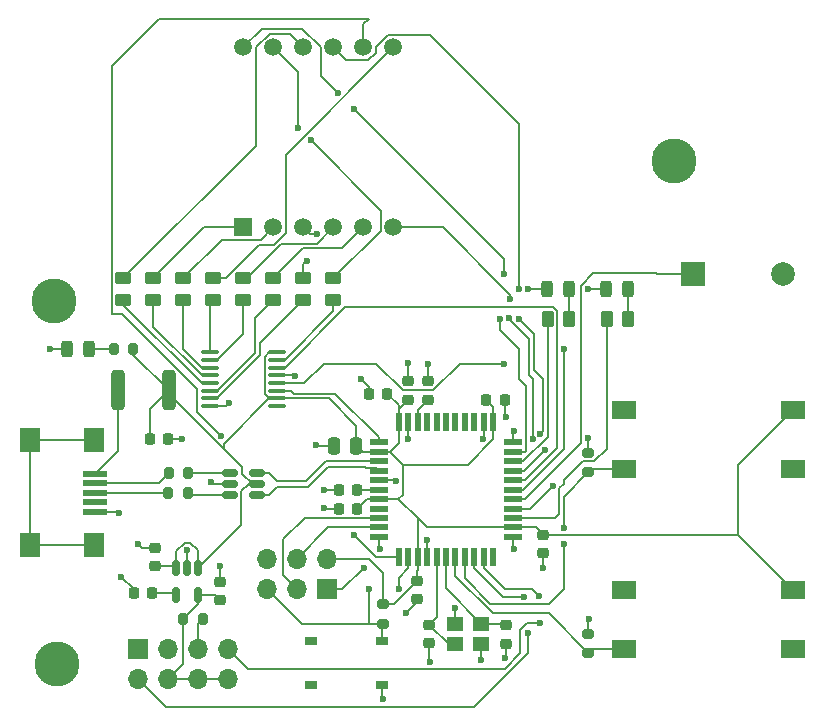
<source format=gbr>
%TF.GenerationSoftware,KiCad,Pcbnew,7.0.2*%
%TF.CreationDate,2023-04-20T12:49:32-06:00*%
%TF.ProjectId,Phase_B_KiCad_Bryce,50686173-655f-4425-9f4b-694361645f42,rev?*%
%TF.SameCoordinates,Original*%
%TF.FileFunction,Copper,L1,Top*%
%TF.FilePolarity,Positive*%
%FSLAX46Y46*%
G04 Gerber Fmt 4.6, Leading zero omitted, Abs format (unit mm)*
G04 Created by KiCad (PCBNEW 7.0.2) date 2023-04-20 12:49:32*
%MOMM*%
%LPD*%
G01*
G04 APERTURE LIST*
G04 Aperture macros list*
%AMRoundRect*
0 Rectangle with rounded corners*
0 $1 Rounding radius*
0 $2 $3 $4 $5 $6 $7 $8 $9 X,Y pos of 4 corners*
0 Add a 4 corners polygon primitive as box body*
4,1,4,$2,$3,$4,$5,$6,$7,$8,$9,$2,$3,0*
0 Add four circle primitives for the rounded corners*
1,1,$1+$1,$2,$3*
1,1,$1+$1,$4,$5*
1,1,$1+$1,$6,$7*
1,1,$1+$1,$8,$9*
0 Add four rect primitives between the rounded corners*
20,1,$1+$1,$2,$3,$4,$5,0*
20,1,$1+$1,$4,$5,$6,$7,0*
20,1,$1+$1,$6,$7,$8,$9,0*
20,1,$1+$1,$8,$9,$2,$3,0*%
G04 Aperture macros list end*
%TA.AperFunction,ComponentPad*%
%ADD10C,3.800000*%
%TD*%
%TA.AperFunction,SMDPad,CuDef*%
%ADD11RoundRect,0.250000X0.450000X-0.262500X0.450000X0.262500X-0.450000X0.262500X-0.450000X-0.262500X0*%
%TD*%
%TA.AperFunction,SMDPad,CuDef*%
%ADD12R,1.000000X0.700000*%
%TD*%
%TA.AperFunction,SMDPad,CuDef*%
%ADD13RoundRect,0.200000X0.200000X0.275000X-0.200000X0.275000X-0.200000X-0.275000X0.200000X-0.275000X0*%
%TD*%
%TA.AperFunction,SMDPad,CuDef*%
%ADD14RoundRect,0.100000X-0.637500X-0.100000X0.637500X-0.100000X0.637500X0.100000X-0.637500X0.100000X0*%
%TD*%
%TA.AperFunction,ComponentPad*%
%ADD15R,2.000000X2.000000*%
%TD*%
%TA.AperFunction,ComponentPad*%
%ADD16C,2.000000*%
%TD*%
%TA.AperFunction,SMDPad,CuDef*%
%ADD17RoundRect,0.225000X0.250000X-0.225000X0.250000X0.225000X-0.250000X0.225000X-0.250000X-0.225000X0*%
%TD*%
%TA.AperFunction,SMDPad,CuDef*%
%ADD18RoundRect,0.225000X0.225000X0.250000X-0.225000X0.250000X-0.225000X-0.250000X0.225000X-0.250000X0*%
%TD*%
%TA.AperFunction,ComponentPad*%
%ADD19R,1.700000X1.700000*%
%TD*%
%TA.AperFunction,ComponentPad*%
%ADD20O,1.700000X1.700000*%
%TD*%
%TA.AperFunction,SMDPad,CuDef*%
%ADD21RoundRect,0.250000X-0.312500X-1.450000X0.312500X-1.450000X0.312500X1.450000X-0.312500X1.450000X0*%
%TD*%
%TA.AperFunction,SMDPad,CuDef*%
%ADD22RoundRect,0.243750X-0.243750X-0.456250X0.243750X-0.456250X0.243750X0.456250X-0.243750X0.456250X0*%
%TD*%
%TA.AperFunction,SMDPad,CuDef*%
%ADD23RoundRect,0.150000X-0.512500X-0.150000X0.512500X-0.150000X0.512500X0.150000X-0.512500X0.150000X0*%
%TD*%
%TA.AperFunction,SMDPad,CuDef*%
%ADD24RoundRect,0.200000X-0.200000X-0.275000X0.200000X-0.275000X0.200000X0.275000X-0.200000X0.275000X0*%
%TD*%
%TA.AperFunction,SMDPad,CuDef*%
%ADD25R,1.400000X1.200000*%
%TD*%
%TA.AperFunction,SMDPad,CuDef*%
%ADD26RoundRect,0.250000X0.250000X0.475000X-0.250000X0.475000X-0.250000X-0.475000X0.250000X-0.475000X0*%
%TD*%
%TA.AperFunction,SMDPad,CuDef*%
%ADD27RoundRect,0.200000X0.275000X-0.200000X0.275000X0.200000X-0.275000X0.200000X-0.275000X-0.200000X0*%
%TD*%
%TA.AperFunction,SMDPad,CuDef*%
%ADD28RoundRect,0.225000X-0.225000X-0.250000X0.225000X-0.250000X0.225000X0.250000X-0.225000X0.250000X0*%
%TD*%
%TA.AperFunction,SMDPad,CuDef*%
%ADD29RoundRect,0.250000X-0.262500X-0.450000X0.262500X-0.450000X0.262500X0.450000X-0.262500X0.450000X0*%
%TD*%
%TA.AperFunction,SMDPad,CuDef*%
%ADD30R,2.000000X0.500000*%
%TD*%
%TA.AperFunction,SMDPad,CuDef*%
%ADD31R,1.700000X2.000000*%
%TD*%
%TA.AperFunction,SMDPad,CuDef*%
%ADD32RoundRect,0.150000X-0.150000X0.512500X-0.150000X-0.512500X0.150000X-0.512500X0.150000X0.512500X0*%
%TD*%
%TA.AperFunction,SMDPad,CuDef*%
%ADD33R,2.000000X1.500000*%
%TD*%
%TA.AperFunction,SMDPad,CuDef*%
%ADD34R,1.500000X0.550000*%
%TD*%
%TA.AperFunction,SMDPad,CuDef*%
%ADD35R,0.550000X1.500000*%
%TD*%
%TA.AperFunction,SMDPad,CuDef*%
%ADD36RoundRect,0.200000X-0.275000X0.200000X-0.275000X-0.200000X0.275000X-0.200000X0.275000X0.200000X0*%
%TD*%
%TA.AperFunction,SMDPad,CuDef*%
%ADD37RoundRect,0.225000X-0.250000X0.225000X-0.250000X-0.225000X0.250000X-0.225000X0.250000X0.225000X0*%
%TD*%
%TA.AperFunction,ComponentPad*%
%ADD38R,1.500000X1.500000*%
%TD*%
%TA.AperFunction,ComponentPad*%
%ADD39C,1.500000*%
%TD*%
%TA.AperFunction,ViaPad*%
%ADD40C,0.600000*%
%TD*%
%TA.AperFunction,Conductor*%
%ADD41C,0.200000*%
%TD*%
%TA.AperFunction,Conductor*%
%ADD42C,0.203200*%
%TD*%
G04 APERTURE END LIST*
D10*
%TO.P,REF\u002A\u002A,1*%
%TO.N,N/C*%
X118174108Y-33331284D03*
%TD*%
%TO.P,REF\u002A\u002A,1*%
%TO.N,N/C*%
X66001283Y-75910154D03*
%TD*%
%TO.P,REF\u002A\u002A,1*%
%TO.N,N/C*%
X65708950Y-45160364D03*
%TD*%
D11*
%TO.P,R12,1*%
%TO.N,dp*%
X86830000Y-45072500D03*
%TO.P,R12,2*%
%TO.N,Net-(U1-DPX)*%
X86830000Y-43247500D03*
%TD*%
%TO.P,R9,1*%
%TO.N,e*%
X74130000Y-45072500D03*
%TO.P,R9,2*%
%TO.N,Net-(U1-e)*%
X74130000Y-43247500D03*
%TD*%
D12*
%TO.P,S3,1*%
%TO.N,GND*%
X93489992Y-77658313D03*
%TO.P,S3,2*%
%TO.N,N/C*%
X87489992Y-77658313D03*
%TO.P,S3,3*%
%TO.N,RST*%
X93489992Y-73958313D03*
%TO.P,S3,4*%
%TO.N,N/C*%
X87489992Y-73958313D03*
%TD*%
D13*
%TO.P,R14,1*%
%TO.N,+5V*%
X72415000Y-49240000D03*
%TO.P,R14,2*%
%TO.N,Net-(D3-A)*%
X70765000Y-49240000D03*
%TD*%
D11*
%TO.P,R5,1*%
%TO.N,a*%
X89370000Y-45072500D03*
%TO.P,R5,2*%
%TO.N,Net-(U1-a)*%
X89370000Y-43247500D03*
%TD*%
D14*
%TO.P,U2,1,QB*%
%TO.N,b*%
X78887500Y-49505000D03*
%TO.P,U2,2,QC*%
%TO.N,c*%
X78887500Y-50155000D03*
%TO.P,U2,3,QD*%
%TO.N,d*%
X78887500Y-50805000D03*
%TO.P,U2,4,QE*%
%TO.N,e*%
X78887500Y-51455000D03*
%TO.P,U2,5,QF*%
%TO.N,f*%
X78887500Y-52105000D03*
%TO.P,U2,6,QG*%
%TO.N,g*%
X78887500Y-52755000D03*
%TO.P,U2,7,QH*%
%TO.N,dp*%
X78887500Y-53405000D03*
%TO.P,U2,8,GND*%
%TO.N,GND*%
X78887500Y-54055000D03*
%TO.P,U2,9,QH'*%
%TO.N,unconnected-(U2-QH'-Pad9)*%
X84612500Y-54055000D03*
%TO.P,U2,10,~{SRCLR}*%
%TO.N,+5V*%
X84612500Y-53405000D03*
%TO.P,U2,11,SRCLK*%
%TO.N,SH_CP*%
X84612500Y-52755000D03*
%TO.P,U2,12,RCLK*%
%TO.N,ST_CP*%
X84612500Y-52105000D03*
%TO.P,U2,13,~{OE}*%
%TO.N,GND*%
X84612500Y-51455000D03*
%TO.P,U2,14,SER*%
%TO.N,DS*%
X84612500Y-50805000D03*
%TO.P,U2,15,QA*%
%TO.N,a*%
X84612500Y-50155000D03*
%TO.P,U2,16,VCC*%
%TO.N,+5V*%
X84612500Y-49505000D03*
%TD*%
D15*
%TO.P,LS1,1,1*%
%TO.N,Buzzer*%
X119860000Y-42890000D03*
D16*
%TO.P,LS1,2,2*%
%TO.N,GND*%
X127460000Y-42890000D03*
%TD*%
D17*
%TO.P,C12,1*%
%TO.N,+5V*%
X74247873Y-67638314D03*
%TO.P,C12,2*%
%TO.N,GND*%
X74247873Y-66088314D03*
%TD*%
D18*
%TO.P,C8,1*%
%TO.N,+5V*%
X93955000Y-53025000D03*
%TO.P,C8,2*%
%TO.N,GND*%
X92405000Y-53025000D03*
%TD*%
D19*
%TO.P,J4,1,Pin_1*%
%TO.N,GND*%
X72870000Y-74620000D03*
D20*
%TO.P,J4,2,Pin_2*%
%TO.N,TX*%
X72870000Y-77160000D03*
%TO.P,J4,3,Pin_3*%
%TO.N,unconnected-(J4-Pin_3-Pad3)*%
X75410000Y-74620000D03*
%TO.P,J4,4,Pin_4*%
%TO.N,+3V3*%
X75410000Y-77160000D03*
%TO.P,J4,5,Pin_5*%
%TO.N,Net-(J4-Pin_5)*%
X77950000Y-74620000D03*
%TO.P,J4,6,Pin_6*%
%TO.N,+3V3*%
X77950000Y-77160000D03*
%TO.P,J4,7,Pin_7*%
%TO.N,RX*%
X80490000Y-74620000D03*
%TO.P,J4,8,Pin_8*%
%TO.N,+3V3*%
X80490000Y-77160000D03*
%TD*%
D21*
%TO.P,F1,1*%
%TO.N,Net-(J1-VBUS)*%
X71159484Y-52735557D03*
%TO.P,F1,2*%
%TO.N,+5V*%
X75434484Y-52735557D03*
%TD*%
D22*
%TO.P,D3,1,K*%
%TO.N,GND*%
X66842500Y-49240000D03*
%TO.P,D3,2,A*%
%TO.N,Net-(D3-A)*%
X68717500Y-49240000D03*
%TD*%
D23*
%TO.P,U4,1,I/O1*%
%TO.N,USB_CONN_D-*%
X80612500Y-59720000D03*
%TO.P,U4,2,GND*%
%TO.N,GND*%
X80612500Y-60670000D03*
%TO.P,U4,3,I/O2*%
%TO.N,USB_CONN_D+*%
X80612500Y-61620000D03*
%TO.P,U4,4,I/O2*%
%TO.N,USB_D+*%
X82887500Y-61620000D03*
%TO.P,U4,5,VBUS*%
%TO.N,+5V*%
X82887500Y-60670000D03*
%TO.P,U4,6,I/O1*%
%TO.N,USB_D-*%
X82887500Y-59720000D03*
%TD*%
D24*
%TO.P,R17,1*%
%TO.N,+3V3*%
X76670000Y-72100000D03*
%TO.P,R17,2*%
%TO.N,Net-(J4-Pin_5)*%
X78320000Y-72100000D03*
%TD*%
D25*
%TO.P,Y1,1,1*%
%TO.N,XTAL1*%
X101900000Y-72520000D03*
%TO.P,Y1,2,2*%
%TO.N,GND*%
X99700000Y-72520000D03*
%TO.P,Y1,3,3*%
%TO.N,XTAL2*%
X99700000Y-74220000D03*
%TO.P,Y1,4,4*%
%TO.N,GND*%
X101900000Y-74220000D03*
%TD*%
D17*
%TO.P,C3,1*%
%TO.N,+5V*%
X95720000Y-53520000D03*
%TO.P,C3,2*%
%TO.N,GND*%
X95720000Y-51970000D03*
%TD*%
D26*
%TO.P,C4,1*%
%TO.N,+5V*%
X91329126Y-57416113D03*
%TO.P,C4,2*%
%TO.N,GND*%
X89429126Y-57416113D03*
%TD*%
D19*
%TO.P,J2,1,MISO*%
%TO.N,MISO*%
X88832554Y-69540000D03*
D20*
%TO.P,J2,2,VCC*%
%TO.N,+5V*%
X88832554Y-67000000D03*
%TO.P,J2,3,SCK*%
%TO.N,SCK*%
X86292554Y-69540000D03*
%TO.P,J2,4,MOSI*%
%TO.N,MOSI*%
X86292554Y-67000000D03*
%TO.P,J2,5,~{RST}*%
%TO.N,RST*%
X83752554Y-69540000D03*
%TO.P,J2,6,GND*%
%TO.N,GND*%
X83752554Y-67000000D03*
%TD*%
D27*
%TO.P,R1,1*%
%TO.N,Button_1*%
X110960000Y-59661827D03*
%TO.P,R1,2*%
%TO.N,GND*%
X110960000Y-58011827D03*
%TD*%
D11*
%TO.P,R7,1*%
%TO.N,c*%
X81750000Y-45072500D03*
%TO.P,R7,2*%
%TO.N,Net-(U1-c)*%
X81750000Y-43247500D03*
%TD*%
D17*
%TO.P,C14,1*%
%TO.N,+3V3*%
X79748645Y-70464421D03*
%TO.P,C14,2*%
%TO.N,GND*%
X79748645Y-68914421D03*
%TD*%
D28*
%TO.P,C15,1*%
%TO.N,+5V*%
X73850000Y-56860000D03*
%TO.P,C15,2*%
%TO.N,GND*%
X75400000Y-56860000D03*
%TD*%
D11*
%TO.P,R10,1*%
%TO.N,f*%
X71590000Y-45072500D03*
%TO.P,R10,2*%
%TO.N,Net-(U1-f)*%
X71590000Y-43247500D03*
%TD*%
D29*
%TO.P,R3,1*%
%TO.N,RED_LED*%
X107507500Y-46700000D03*
%TO.P,R3,2*%
%TO.N,Net-(D1-A)*%
X109332500Y-46700000D03*
%TD*%
D13*
%TO.P,R16,1*%
%TO.N,USB_CONN_D-*%
X77085992Y-59761119D03*
%TO.P,R16,2*%
%TO.N,Net-(J1-D-)*%
X75435992Y-59761119D03*
%TD*%
D27*
%TO.P,R2,1*%
%TO.N,Button_2*%
X110960000Y-74980000D03*
%TO.P,R2,2*%
%TO.N,GND*%
X110960000Y-73330000D03*
%TD*%
D11*
%TO.P,R8,1*%
%TO.N,d*%
X76670000Y-45072500D03*
%TO.P,R8,2*%
%TO.N,Net-(U1-d)*%
X76670000Y-43247500D03*
%TD*%
D18*
%TO.P,C9,1*%
%TO.N,+5V*%
X91359836Y-62759308D03*
%TO.P,C9,2*%
%TO.N,GND*%
X89809836Y-62759308D03*
%TD*%
D30*
%TO.P,J1,1,VBUS*%
%TO.N,Net-(J1-VBUS)*%
X69210000Y-59796883D03*
%TO.P,J1,2,D-*%
%TO.N,Net-(J1-D-)*%
X69210000Y-60596883D03*
%TO.P,J1,3,D+*%
%TO.N,Net-(J1-D+)*%
X69210000Y-61396883D03*
%TO.P,J1,4,ID*%
%TO.N,unconnected-(J1-ID-Pad4)*%
X69210000Y-62196883D03*
%TO.P,J1,5,GND*%
%TO.N,GND*%
X69210000Y-62996883D03*
D31*
%TO.P,J1,6,Shield*%
%TO.N,unconnected-(J1-Shield-Pad6)*%
X69110000Y-56946883D03*
X63660000Y-56946883D03*
X69110000Y-65846883D03*
X63660000Y-65846883D03*
%TD*%
D17*
%TO.P,C11,1*%
%TO.N,/AREF*%
X97367029Y-53508329D03*
%TO.P,C11,2*%
%TO.N,GND*%
X97367029Y-51958329D03*
%TD*%
D22*
%TO.P,D1,1,K*%
%TO.N,GND*%
X107482500Y-44160000D03*
%TO.P,D1,2,A*%
%TO.N,Net-(D1-A)*%
X109357500Y-44160000D03*
%TD*%
D18*
%TO.P,C10,1*%
%TO.N,/UCAP*%
X91415000Y-61140000D03*
%TO.P,C10,2*%
%TO.N,GND*%
X89865000Y-61140000D03*
%TD*%
D28*
%TO.P,C5,1*%
%TO.N,+5V*%
X102318821Y-53558415D03*
%TO.P,C5,2*%
%TO.N,GND*%
X103868821Y-53558415D03*
%TD*%
D32*
%TO.P,U5,1,VIN*%
%TO.N,+5V*%
X77940000Y-67775535D03*
%TO.P,U5,2,GND*%
%TO.N,GND*%
X76990000Y-67775535D03*
%TO.P,U5,3,ON/~{OFF}*%
%TO.N,+5V*%
X76040000Y-67775535D03*
%TO.P,U5,4,BP*%
%TO.N,Net-(U5-BP)*%
X76040000Y-70050535D03*
%TO.P,U5,5,VOUT*%
%TO.N,+3V3*%
X77940000Y-70050535D03*
%TD*%
D33*
%TO.P,S2,D1,COM_2*%
%TO.N,unconnected-(S2-COM_2-PadD1)*%
X113970000Y-69600000D03*
%TO.P,S2,C1,COM_1*%
%TO.N,+5V*%
X128270000Y-69600000D03*
%TO.P,S2,B1,NO_2*%
%TO.N,Button_2*%
X113970000Y-74600000D03*
%TO.P,S2,A1,NO_1*%
%TO.N,unconnected-(S2-NO_1-PadA1)*%
X128270000Y-74600000D03*
%TD*%
D18*
%TO.P,C13,1*%
%TO.N,Net-(U5-BP)*%
X74036209Y-69904166D03*
%TO.P,C13,2*%
%TO.N,GND*%
X72486209Y-69904166D03*
%TD*%
D11*
%TO.P,R6,1*%
%TO.N,b*%
X79210000Y-45072500D03*
%TO.P,R6,2*%
%TO.N,Net-(U1-b)*%
X79210000Y-43247500D03*
%TD*%
D34*
%TO.P,U3,1,PE6*%
%TO.N,SH_CP*%
X93210000Y-57140000D03*
%TO.P,U3,2,UVCC*%
%TO.N,+5V*%
X93210000Y-57940000D03*
%TO.P,U3,3,D-*%
%TO.N,USB_D-*%
X93210000Y-58740000D03*
%TO.P,U3,4,D+*%
%TO.N,USB_D+*%
X93210000Y-59540000D03*
%TO.P,U3,5,UGND*%
%TO.N,GND*%
X93210000Y-60340000D03*
%TO.P,U3,6,UCAP*%
%TO.N,/UCAP*%
X93210000Y-61140000D03*
%TO.P,U3,7,VBUS*%
%TO.N,+5V*%
X93210000Y-61940000D03*
%TO.P,U3,8,PB0*%
%TO.N,unconnected-(U3-PB0-Pad8)*%
X93210000Y-62740000D03*
%TO.P,U3,9,PB1*%
%TO.N,SCK*%
X93210000Y-63540000D03*
%TO.P,U3,10,PB2*%
%TO.N,MOSI*%
X93210000Y-64340000D03*
%TO.P,U3,11,PB3*%
%TO.N,MISO*%
X93210000Y-65140000D03*
D35*
%TO.P,U3,12,PB7*%
%TO.N,Dig3*%
X94910000Y-66840000D03*
%TO.P,U3,13,~{RESET}*%
%TO.N,RST*%
X95710000Y-66840000D03*
%TO.P,U3,14,VCC*%
%TO.N,+5V*%
X96510000Y-66840000D03*
%TO.P,U3,15,GND*%
%TO.N,GND*%
X97310000Y-66840000D03*
%TO.P,U3,16,XTAL2*%
%TO.N,XTAL2*%
X98110000Y-66840000D03*
%TO.P,U3,17,XTAL1*%
%TO.N,XTAL1*%
X98910000Y-66840000D03*
%TO.P,U3,18,PD0*%
%TO.N,Button_2*%
X99710000Y-66840000D03*
%TO.P,U3,19,PD1*%
%TO.N,Button_1*%
X100510000Y-66840000D03*
%TO.P,U3,20,PD2*%
%TO.N,TX*%
X101310000Y-66840000D03*
%TO.P,U3,21,PD3*%
%TO.N,RX*%
X102110000Y-66840000D03*
%TO.P,U3,22,PD5*%
%TO.N,unconnected-(U3-PD5-Pad22)*%
X102910000Y-66840000D03*
D34*
%TO.P,U3,23,GND*%
%TO.N,GND*%
X104610000Y-65140000D03*
%TO.P,U3,24,AVCC*%
%TO.N,+5V*%
X104610000Y-64340000D03*
%TO.P,U3,25,PD4*%
%TO.N,GREEN_LED*%
X104610000Y-63540000D03*
%TO.P,U3,26,PD6*%
%TO.N,Dig2*%
X104610000Y-62740000D03*
%TO.P,U3,27,PD7*%
%TO.N,Buzzer*%
X104610000Y-61940000D03*
%TO.P,U3,28,PB4*%
%TO.N,ST_CP*%
X104610000Y-61140000D03*
%TO.P,U3,29,PB5*%
%TO.N,DS*%
X104610000Y-60340000D03*
%TO.P,U3,30,PB6*%
%TO.N,Dig4*%
X104610000Y-59540000D03*
%TO.P,U3,31,PC6*%
%TO.N,RED_LED*%
X104610000Y-58740000D03*
%TO.P,U3,32,PC7*%
%TO.N,Dig1*%
X104610000Y-57940000D03*
%TO.P,U3,33,~{HWB}/PE2*%
%TO.N,GND*%
X104610000Y-57140000D03*
D35*
%TO.P,U3,34,VCC*%
%TO.N,+5V*%
X102910000Y-55440000D03*
%TO.P,U3,35,GND*%
%TO.N,GND*%
X102110000Y-55440000D03*
%TO.P,U3,36,PF7*%
%TO.N,unconnected-(U3-PF7-Pad36)*%
X101310000Y-55440000D03*
%TO.P,U3,37,PF6*%
%TO.N,unconnected-(U3-PF6-Pad37)*%
X100510000Y-55440000D03*
%TO.P,U3,38,PF5*%
%TO.N,unconnected-(U3-PF5-Pad38)*%
X99710000Y-55440000D03*
%TO.P,U3,39,PF4*%
%TO.N,unconnected-(U3-PF4-Pad39)*%
X98910000Y-55440000D03*
%TO.P,U3,40,PF1*%
%TO.N,unconnected-(U3-PF1-Pad40)*%
X98110000Y-55440000D03*
%TO.P,U3,41,PF0*%
%TO.N,unconnected-(U3-PF0-Pad41)*%
X97310000Y-55440000D03*
%TO.P,U3,42,AREF*%
%TO.N,/AREF*%
X96510000Y-55440000D03*
%TO.P,U3,43,GND*%
%TO.N,GND*%
X95710000Y-55440000D03*
%TO.P,U3,44,AVCC*%
%TO.N,+5V*%
X94910000Y-55440000D03*
%TD*%
D24*
%TO.P,R15,1*%
%TO.N,Net-(J1-D+)*%
X75400698Y-61396883D03*
%TO.P,R15,2*%
%TO.N,USB_CONN_D+*%
X77050698Y-61396883D03*
%TD*%
D33*
%TO.P,S1,A1,NO_1*%
%TO.N,unconnected-(S1-NO_1-PadA1)*%
X128270000Y-59360000D03*
%TO.P,S1,B1,NO_2*%
%TO.N,Button_1*%
X113970000Y-59360000D03*
%TO.P,S1,C1,COM_1*%
%TO.N,+5V*%
X128270000Y-54360000D03*
%TO.P,S1,D1,COM_2*%
%TO.N,unconnected-(S1-COM_2-PadD1)*%
X113970000Y-54360000D03*
%TD*%
D11*
%TO.P,R11,1*%
%TO.N,g*%
X84290000Y-45072500D03*
%TO.P,R11,2*%
%TO.N,Net-(U1-g)*%
X84290000Y-43247500D03*
%TD*%
D36*
%TO.P,R13,1*%
%TO.N,+5V*%
X93560000Y-70830000D03*
%TO.P,R13,2*%
%TO.N,RST*%
X93560000Y-72480000D03*
%TD*%
D37*
%TO.P,C2,1*%
%TO.N,XTAL1*%
X104000881Y-72615415D03*
%TO.P,C2,2*%
%TO.N,GND*%
X104000881Y-74165415D03*
%TD*%
%TO.P,C7,1*%
%TO.N,+5V*%
X107150000Y-64950000D03*
%TO.P,C7,2*%
%TO.N,GND*%
X107150000Y-66500000D03*
%TD*%
%TO.P,C1,1*%
%TO.N,XTAL2*%
X97460000Y-72555000D03*
%TO.P,C1,2*%
%TO.N,GND*%
X97460000Y-74105000D03*
%TD*%
%TO.P,C6,1*%
%TO.N,+5V*%
X96439204Y-68869691D03*
%TO.P,C6,2*%
%TO.N,GND*%
X96439204Y-70419691D03*
%TD*%
D38*
%TO.P,U1,1,e*%
%TO.N,Net-(U1-e)*%
X81750000Y-38937500D03*
D39*
%TO.P,U1,2,d*%
%TO.N,Net-(U1-d)*%
X84290000Y-38937500D03*
%TO.P,U1,3,DPX*%
%TO.N,Net-(U1-DPX)*%
X86830000Y-38937500D03*
%TO.P,U1,4,c*%
%TO.N,Net-(U1-c)*%
X89370000Y-38937500D03*
%TO.P,U1,5,g*%
%TO.N,Net-(U1-g)*%
X91910000Y-38937500D03*
%TO.P,U1,6,CA4*%
%TO.N,Dig4*%
X94450000Y-38937500D03*
%TO.P,U1,7,b*%
%TO.N,Net-(U1-b)*%
X94450000Y-23697500D03*
%TO.P,U1,8,CA3*%
%TO.N,Dig3*%
X91910000Y-23697500D03*
%TO.P,U1,9,CA2*%
%TO.N,Dig2*%
X89370000Y-23697500D03*
%TO.P,U1,10,f*%
%TO.N,Net-(U1-f)*%
X86830000Y-23697500D03*
%TO.P,U1,11,a*%
%TO.N,Net-(U1-a)*%
X84290000Y-23697500D03*
%TO.P,U1,12,CA1*%
%TO.N,Dig1*%
X81750000Y-23697500D03*
%TD*%
D29*
%TO.P,R4,1*%
%TO.N,GREEN_LED*%
X112500584Y-46688590D03*
%TO.P,R4,2*%
%TO.N,Net-(D2-A)*%
X114325584Y-46688590D03*
%TD*%
D22*
%TO.P,D2,1,K*%
%TO.N,GND*%
X112475584Y-44148590D03*
%TO.P,D2,2,A*%
%TO.N,Net-(D2-A)*%
X114350584Y-44148590D03*
%TD*%
D40*
%TO.N,GND*%
X88578943Y-61148943D03*
X94640948Y-60435406D03*
X79004216Y-60507878D03*
X91754027Y-51810082D03*
X79798568Y-67602927D03*
X72855958Y-65775000D03*
X65395894Y-49234042D03*
X71414708Y-68516891D03*
X110977025Y-72130571D03*
X101898423Y-75579291D03*
X76594063Y-56856065D03*
X99685392Y-71119561D03*
X87929185Y-57348059D03*
X97546793Y-75701132D03*
X104010251Y-55020247D03*
X77021524Y-66214405D03*
X104665908Y-66122724D03*
X105880000Y-44160000D03*
X71260062Y-63083020D03*
X110960000Y-44160000D03*
X97294241Y-65397497D03*
X110918302Y-56799688D03*
X107113526Y-67765303D03*
X95696311Y-50426142D03*
X93590626Y-78898095D03*
X88578943Y-62655717D03*
X102060730Y-56839933D03*
X95558975Y-71570146D03*
X86162490Y-51488977D03*
X104633472Y-56207395D03*
X95713149Y-56837887D03*
X80533090Y-53815088D03*
X97367029Y-50469350D03*
X103897898Y-75432399D03*
%TO.N,Net-(U1-DPX)*%
X87964562Y-39492854D03*
X87147662Y-41737935D03*
%TO.N,Net-(U1-a)*%
X86387991Y-30531117D03*
X87438792Y-31558792D03*
%TO.N,Button_1*%
X108890000Y-64348900D03*
X108890000Y-65710000D03*
%TO.N,RST*%
X94920000Y-69520000D03*
X92380000Y-69520000D03*
%TO.N,ST_CP*%
X108922700Y-49200000D03*
X103810000Y-50470000D03*
%TO.N,MISO*%
X91936008Y-67748978D03*
X93283349Y-66144355D03*
%TO.N,Dig3*%
X91110000Y-64941100D03*
X79883469Y-56616531D03*
%TO.N,TX*%
X105552246Y-70188900D03*
X105816818Y-73257869D03*
%TO.N,RX*%
X106801415Y-70180649D03*
X106847116Y-72404778D03*
%TO.N,Dig2*%
X105080000Y-46660000D03*
X107931456Y-60803169D03*
X106906400Y-56383818D03*
X105080000Y-44120000D03*
%TO.N,Dig4*%
X104365185Y-45027255D03*
X106277193Y-56877076D03*
X107291558Y-57761558D03*
X104284622Y-46578899D03*
%TO.N,Dig1*%
X103496542Y-46713562D03*
X103810000Y-42850000D03*
X91110000Y-28880000D03*
X89763707Y-27533707D03*
%TD*%
D41*
%TO.N,USB_D-*%
X88772006Y-58740000D02*
X93210000Y-58740000D01*
X87067006Y-60445000D02*
X88772006Y-58740000D01*
X84606251Y-60445000D02*
X87067006Y-60445000D01*
X83881251Y-59720000D02*
X84606251Y-60445000D01*
X82887500Y-59720000D02*
X83881251Y-59720000D01*
%TO.N,USB_D+*%
X92985000Y-59315000D02*
X93210000Y-59540000D01*
X92160000Y-59315000D02*
X92985000Y-59315000D01*
X83881251Y-61620000D02*
X84606251Y-60895000D01*
X88958405Y-59190001D02*
X92160000Y-59190001D01*
X82887500Y-61620000D02*
X83881251Y-61620000D01*
X84606251Y-60895000D02*
X87253406Y-60895000D01*
X92160000Y-59190001D02*
X92160000Y-59315000D01*
X87253406Y-60895000D02*
X88958405Y-59190001D01*
%TO.N,Net-(J1-D+)*%
X69210000Y-61396883D02*
X75400698Y-61396883D01*
%TO.N,Net-(J1-D-)*%
X74600228Y-60596883D02*
X75435992Y-59761119D01*
X69210000Y-60596883D02*
X74600228Y-60596883D01*
D42*
%TO.N,GND*%
X104000881Y-74165415D02*
X104000881Y-75329416D01*
X93489992Y-77658313D02*
X93489992Y-78797461D01*
X69210000Y-62996883D02*
X71173925Y-62996883D01*
X79748645Y-67652850D02*
X79798568Y-67602927D01*
X94545542Y-60340000D02*
X94640948Y-60435406D01*
X71173925Y-62996883D02*
X71260062Y-63083020D01*
X86128513Y-51455000D02*
X86162490Y-51488977D01*
X80612500Y-60670000D02*
X79166338Y-60670000D01*
X95710000Y-55440000D02*
X95710000Y-56834738D01*
X102110000Y-55440000D02*
X102110000Y-56790663D01*
X65401852Y-49240000D02*
X65395894Y-49234042D01*
X78887500Y-54055000D02*
X80293178Y-54055000D01*
X97367029Y-51958329D02*
X97367029Y-50469350D01*
X102110000Y-56790663D02*
X102060730Y-56839933D01*
X96439204Y-70689917D02*
X95558975Y-71570146D01*
X110960000Y-73330000D02*
X110960000Y-72147596D01*
X89429126Y-57416113D02*
X87997239Y-57416113D01*
X88682534Y-62759308D02*
X88578943Y-62655717D01*
X66842500Y-49240000D02*
X65401852Y-49240000D01*
X101900000Y-74220000D02*
X101900000Y-75577714D01*
X104610000Y-65140000D02*
X104610000Y-66066816D01*
X103868821Y-54878817D02*
X104010251Y-55020247D01*
X99700000Y-72520000D02*
X99700000Y-71134169D01*
X92405000Y-53025000D02*
X92405000Y-52461055D01*
X76990000Y-67775535D02*
X76990000Y-66245929D01*
X110960000Y-58011827D02*
X110960000Y-56841386D01*
X73169272Y-66088314D02*
X72855958Y-65775000D01*
X93210000Y-60340000D02*
X94545542Y-60340000D01*
X112475584Y-44148590D02*
X110971410Y-44148590D01*
X93489992Y-78797461D02*
X93590626Y-78898095D01*
X97310000Y-65413256D02*
X97294241Y-65397497D01*
X89809836Y-62759308D02*
X88682534Y-62759308D01*
X84612500Y-51455000D02*
X86128513Y-51455000D01*
X104610000Y-56230867D02*
X104633472Y-56207395D01*
X72486209Y-69904166D02*
X72486209Y-69588392D01*
X107150000Y-67728829D02*
X107113526Y-67765303D01*
X104610000Y-57140000D02*
X104610000Y-56230867D01*
X95710000Y-56834738D02*
X95713149Y-56837887D01*
X76590128Y-56860000D02*
X76594063Y-56856065D01*
X107482500Y-44160000D02*
X105880000Y-44160000D01*
X88587886Y-61140000D02*
X88578943Y-61148943D01*
X72486209Y-69588392D02*
X71414708Y-68516891D01*
X80293178Y-54055000D02*
X80533090Y-53815088D01*
X104610000Y-66066816D02*
X104665908Y-66122724D01*
X110971410Y-44148590D02*
X110960000Y-44160000D01*
X99700000Y-71134169D02*
X99685392Y-71119561D01*
X97310000Y-66840000D02*
X97310000Y-65413256D01*
X104000881Y-75329416D02*
X103897898Y-75432399D01*
X103868821Y-53558415D02*
X103868821Y-54878817D01*
X95720000Y-50449831D02*
X95696311Y-50426142D01*
X79166338Y-60670000D02*
X79004216Y-60507878D01*
X87997239Y-57416113D02*
X87929185Y-57348059D01*
X89865000Y-61140000D02*
X88587886Y-61140000D01*
X101900000Y-75577714D02*
X101898423Y-75579291D01*
X92405000Y-52461055D02*
X91754027Y-51810082D01*
X110960000Y-72147596D02*
X110977025Y-72130571D01*
X76990000Y-66245929D02*
X77021524Y-66214405D01*
X97460000Y-74105000D02*
X97460000Y-75614339D01*
X95720000Y-51970000D02*
X95720000Y-50449831D01*
X79748645Y-68914421D02*
X79748645Y-67652850D01*
X74247873Y-66088314D02*
X73169272Y-66088314D01*
X97460000Y-75614339D02*
X97546793Y-75701132D01*
X110960000Y-56841386D02*
X110918302Y-56799688D01*
X107150000Y-66500000D02*
X107150000Y-67728829D01*
X96439204Y-70419691D02*
X96439204Y-70689917D01*
X75400000Y-56860000D02*
X76590128Y-56860000D01*
%TO.N,+5V*%
X83957052Y-49505000D02*
X83573400Y-49888652D01*
X83573400Y-49888652D02*
X83573400Y-53021348D01*
X91853013Y-57940000D02*
X93210000Y-57940000D01*
X76772333Y-65612805D02*
X77270715Y-65612805D01*
X75434484Y-53017633D02*
X80093426Y-57676574D01*
X96439204Y-68869691D02*
X94478895Y-70830000D01*
X93210000Y-57940000D02*
X94163200Y-57940000D01*
X83957052Y-53405000D02*
X80093426Y-57268626D01*
X83957052Y-53405000D02*
X84612500Y-53405000D01*
X107150000Y-64950000D02*
X123620000Y-64950000D01*
X95242548Y-59019348D02*
X95242548Y-61577452D01*
X93210000Y-61940000D02*
X92179144Y-61940000D01*
X88965000Y-53405000D02*
X91329126Y-55769126D01*
X93560000Y-68160000D02*
X93560000Y-70830000D01*
X95242548Y-59019348D02*
X100732106Y-59019348D01*
X75434484Y-52735557D02*
X75434484Y-53017633D01*
X76040000Y-66345138D02*
X76772333Y-65612805D01*
X84612500Y-49505000D02*
X83957052Y-49505000D01*
X82887500Y-60670000D02*
X82189541Y-60670000D01*
X80093426Y-57268626D02*
X80093426Y-57676574D01*
X95720000Y-53520000D02*
X94910000Y-54330000D01*
X94910000Y-54330000D02*
X94910000Y-55440000D01*
X81576600Y-61282941D02*
X81576600Y-64138935D01*
X93955000Y-53025000D02*
X94910000Y-53980000D01*
X81640022Y-59223171D02*
X81640022Y-59773681D01*
X106540000Y-64340000D02*
X107150000Y-64950000D01*
X102910000Y-56841454D02*
X102910000Y-55440000D01*
X83573400Y-53021348D02*
X83957052Y-53405000D01*
X80093426Y-57676574D02*
X81640022Y-59223171D01*
X97280000Y-64340000D02*
X104610000Y-64340000D01*
X84612500Y-53405000D02*
X88965000Y-53405000D01*
X94880000Y-61940000D02*
X93210000Y-61940000D01*
X72415000Y-49716073D02*
X75434484Y-52735557D01*
X96510000Y-67930000D02*
X96439204Y-68000796D01*
X94910000Y-53980000D02*
X94910000Y-55440000D01*
X96510000Y-63570000D02*
X96510000Y-66840000D01*
X94478895Y-70830000D02*
X93560000Y-70830000D01*
X88832554Y-67000000D02*
X92360000Y-67000000D01*
X82536341Y-60670000D02*
X82887500Y-60670000D01*
X94163200Y-57940000D02*
X95242548Y-59019348D01*
X82189541Y-60670000D02*
X81576600Y-61282941D01*
X102910000Y-54149594D02*
X102318821Y-53558415D01*
X91329126Y-55769126D02*
X91329126Y-57416113D01*
X96510000Y-63570000D02*
X97280000Y-64340000D01*
X96439204Y-68000796D02*
X96439204Y-68869691D01*
X75434484Y-52735557D02*
X73850000Y-54320041D01*
X92179144Y-61940000D02*
X91359836Y-62759308D01*
X81576600Y-64138935D02*
X77940000Y-67775535D01*
X72415000Y-49240000D02*
X72415000Y-49716073D01*
X77940000Y-66282090D02*
X77940000Y-67775535D01*
X104610000Y-64340000D02*
X106540000Y-64340000D01*
X92360000Y-67000000D02*
X92380000Y-66980000D01*
X77270715Y-65612805D02*
X77940000Y-66282090D01*
X76040000Y-67775535D02*
X76040000Y-66345138D01*
X94910000Y-57193200D02*
X94910000Y-55440000D01*
X74247873Y-67638314D02*
X75902779Y-67638314D01*
X73850000Y-54320041D02*
X73850000Y-56860000D01*
X92380000Y-66980000D02*
X93560000Y-68160000D01*
X123620000Y-64950000D02*
X123620000Y-59010000D01*
X75902779Y-67638314D02*
X76040000Y-67775535D01*
X91329126Y-57416113D02*
X91853013Y-57940000D01*
X81640022Y-59773681D02*
X82536341Y-60670000D01*
X94880000Y-61940000D02*
X96510000Y-63570000D01*
X123620000Y-64950000D02*
X128270000Y-69600000D01*
X94163200Y-57940000D02*
X94910000Y-57193200D01*
X100732106Y-59019348D02*
X102910000Y-56841454D01*
X123620000Y-59010000D02*
X128270000Y-54360000D01*
X95242548Y-61577452D02*
X94880000Y-61940000D01*
X96510000Y-66840000D02*
X96510000Y-67930000D01*
X102910000Y-55440000D02*
X102910000Y-54149594D01*
%TO.N,/AREF*%
X97367029Y-53508329D02*
X96510000Y-54365358D01*
X96510000Y-54365358D02*
X96510000Y-55440000D01*
%TO.N,Buzzer*%
X110316702Y-43857302D02*
X111354291Y-42819713D01*
X110316702Y-57186498D02*
X110316702Y-43857302D01*
X104610000Y-61940000D02*
X105563200Y-61940000D01*
X111354291Y-42819713D02*
X116724191Y-42819713D01*
X105563200Y-61940000D02*
X110316702Y-57186498D01*
X116724191Y-42819713D02*
X116794478Y-42890000D01*
X116794478Y-42890000D02*
X119860000Y-42890000D01*
%TO.N,+3V3*%
X76670000Y-75900000D02*
X75410000Y-77160000D01*
X77950000Y-77160000D02*
X75410000Y-77160000D01*
X77940000Y-70830000D02*
X77940000Y-70050535D01*
X77940000Y-70050535D02*
X79334759Y-70050535D01*
X79334759Y-70050535D02*
X79748645Y-70464421D01*
X76670000Y-72100000D02*
X76670000Y-75900000D01*
X76670000Y-72100000D02*
X77940000Y-70830000D01*
X80490000Y-77160000D02*
X77950000Y-77160000D01*
%TO.N,Net-(D1-A)*%
X109357500Y-46675000D02*
X109357500Y-44160000D01*
X109332500Y-46700000D02*
X109357500Y-46675000D01*
%TO.N,Net-(D2-A)*%
X114325584Y-44173590D02*
X114350584Y-44148590D01*
X114325584Y-46688590D02*
X114325584Y-44173590D01*
%TO.N,GREEN_LED*%
X108116800Y-63540000D02*
X108486800Y-63170000D01*
X112500584Y-46688590D02*
X112500584Y-57655613D01*
X112500584Y-57655613D02*
X111442770Y-58713427D01*
X104610000Y-63540000D02*
X108116800Y-63540000D01*
X108486800Y-61033200D02*
X108890000Y-60630000D01*
X108486800Y-63170000D02*
X108486800Y-61033200D01*
X108890000Y-60630000D02*
X108890000Y-60300657D01*
X111442770Y-58713427D02*
X110477230Y-58713427D01*
X108890000Y-60300657D02*
X110477230Y-58713427D01*
%TO.N,e*%
X78887500Y-51455000D02*
X78232052Y-51455000D01*
X74130000Y-47352948D02*
X74130000Y-45072500D01*
X78232052Y-51455000D02*
X74130000Y-47352948D01*
%TO.N,Net-(U1-e)*%
X78440000Y-38937500D02*
X81750000Y-38937500D01*
X74130000Y-43247500D02*
X78440000Y-38937500D01*
%TO.N,Net-(D3-A)*%
X70765000Y-49240000D02*
X68717500Y-49240000D01*
%TO.N,dp*%
X79542948Y-53405000D02*
X83170200Y-49777748D01*
X83170200Y-48732300D02*
X86830000Y-45072500D01*
X83170200Y-49777748D02*
X83170200Y-48732300D01*
X78887500Y-53405000D02*
X79542948Y-53405000D01*
%TO.N,Net-(U1-DPX)*%
X87385354Y-39492854D02*
X86830000Y-38937500D01*
X86830000Y-42055597D02*
X87147662Y-41737935D01*
X86830000Y-43247500D02*
X86830000Y-42055597D01*
X87964562Y-39492854D02*
X87385354Y-39492854D01*
%TO.N,g*%
X78887500Y-52755000D02*
X79542948Y-52755000D01*
X79542948Y-52755000D02*
X82767000Y-49530948D01*
X82767000Y-46595500D02*
X84290000Y-45072500D01*
X82767000Y-49530948D02*
X82767000Y-46595500D01*
%TO.N,Net-(U1-g)*%
X86824300Y-40713200D02*
X90134300Y-40713200D01*
X90134300Y-40713200D02*
X91910000Y-38937500D01*
X84290000Y-43247500D02*
X86824300Y-40713200D01*
%TO.N,f*%
X78232052Y-52105000D02*
X71590000Y-45462948D01*
X71590000Y-45462948D02*
X71590000Y-45072500D01*
X78887500Y-52105000D02*
X78232052Y-52105000D01*
%TO.N,Net-(U1-f)*%
X82801600Y-23698713D02*
X83970313Y-22530000D01*
X82801600Y-32035900D02*
X82801600Y-23698713D01*
X85662500Y-22530000D02*
X86830000Y-23697500D01*
X71590000Y-43247500D02*
X82801600Y-32035900D01*
X83970313Y-22530000D02*
X85662500Y-22530000D01*
%TO.N,d*%
X76670000Y-49242948D02*
X76670000Y-45072500D01*
X78232052Y-50805000D02*
X76670000Y-49242948D01*
X78887500Y-50805000D02*
X78232052Y-50805000D01*
%TO.N,Net-(U1-d)*%
X83238400Y-39989100D02*
X84290000Y-38937500D01*
X79928400Y-39989100D02*
X83238400Y-39989100D01*
X76670000Y-43247500D02*
X79928400Y-39989100D01*
%TO.N,c*%
X78887500Y-50155000D02*
X79542948Y-50155000D01*
X79542948Y-50155000D02*
X81750000Y-47947948D01*
X81750000Y-47947948D02*
X81750000Y-45072500D01*
%TO.N,Net-(U1-c)*%
X84974897Y-40310000D02*
X87997500Y-40310000D01*
X87997500Y-40310000D02*
X89370000Y-38937500D01*
X81750000Y-43247500D02*
X82037397Y-43247500D01*
X82037397Y-43247500D02*
X84974897Y-40310000D01*
%TO.N,RED_LED*%
X105438200Y-58740000D02*
X107507500Y-56670700D01*
X104610000Y-58740000D02*
X105438200Y-58740000D01*
X107507500Y-56670700D02*
X107507500Y-46700000D01*
%TO.N,b*%
X78887500Y-49505000D02*
X78887500Y-45395000D01*
X78887500Y-45395000D02*
X79210000Y-45072500D01*
%TO.N,Net-(U1-b)*%
X79210000Y-43247500D02*
X80257420Y-43247500D01*
X84322387Y-40392300D02*
X85341600Y-39373087D01*
X85341600Y-39373087D02*
X85341600Y-32805900D01*
X85341600Y-32805900D02*
X94450000Y-23697500D01*
X80257420Y-43247500D02*
X83112620Y-40392300D01*
X83112620Y-40392300D02*
X84322387Y-40392300D01*
%TO.N,a*%
X85267948Y-50155000D02*
X89370000Y-46052948D01*
X84612500Y-50155000D02*
X85267948Y-50155000D01*
X89370000Y-46052948D02*
X89370000Y-45072500D01*
%TO.N,Net-(U1-a)*%
X93398400Y-39219100D02*
X93398400Y-37518400D01*
X86387991Y-25795491D02*
X84290000Y-23697500D01*
X93398400Y-37518400D02*
X87438792Y-31558792D01*
X86387991Y-30531117D02*
X86387991Y-25795491D01*
X89370000Y-43247500D02*
X93398400Y-39219100D01*
%TO.N,Button_1*%
X100510000Y-66840000D02*
X100510000Y-68656590D01*
X113970000Y-59360000D02*
X111261827Y-59360000D01*
X111261827Y-59360000D02*
X110960000Y-59661827D01*
X102643410Y-70790000D02*
X107620000Y-70790000D01*
X108890000Y-69520000D02*
X108890000Y-65710000D01*
X110960000Y-59661827D02*
X108890000Y-61731827D01*
X107620000Y-70790000D02*
X108890000Y-69520000D01*
X108890000Y-61731827D02*
X108890000Y-64348900D01*
X100510000Y-68656590D02*
X102643410Y-70790000D01*
%TO.N,Button_2*%
X99710000Y-68426800D02*
X102901600Y-71618400D01*
X111340000Y-74600000D02*
X110960000Y-74980000D01*
X107598400Y-71618400D02*
X110960000Y-74980000D01*
X102901600Y-71618400D02*
X107598400Y-71618400D01*
X113970000Y-74600000D02*
X111340000Y-74600000D01*
X99710000Y-66840000D02*
X99710000Y-68426800D01*
%TO.N,Net-(J4-Pin_5)*%
X77950000Y-72470000D02*
X77950000Y-74620000D01*
X78320000Y-72100000D02*
X77950000Y-72470000D01*
%TO.N,USB_CONN_D-*%
X77085992Y-59761119D02*
X80571381Y-59761119D01*
X80571381Y-59761119D02*
X80612500Y-59720000D01*
%TO.N,USB_CONN_D+*%
X77273815Y-61620000D02*
X80612500Y-61620000D01*
X77050698Y-61396883D02*
X77273815Y-61620000D01*
%TO.N,RST*%
X95710000Y-66840000D02*
X95710000Y-67793200D01*
X94920000Y-68583200D02*
X94920000Y-69520000D01*
X92380000Y-72480000D02*
X86692554Y-72480000D01*
X93560000Y-72480000D02*
X92380000Y-72480000D01*
X95710000Y-67793200D02*
X94920000Y-68583200D01*
X93489992Y-72550008D02*
X93560000Y-72480000D01*
X86692554Y-72480000D02*
X83752554Y-69540000D01*
X92380000Y-69520000D02*
X92380000Y-72480000D01*
X93489992Y-73958313D02*
X93489992Y-72550008D01*
%TO.N,USB_D+*%
X82887500Y-61620000D02*
X83238659Y-61620000D01*
%TO.N,Net-(U5-BP)*%
X75893631Y-69904166D02*
X76040000Y-70050535D01*
X74036209Y-69904166D02*
X75893631Y-69904166D01*
%TO.N,SH_CP*%
X89550000Y-53001800D02*
X93210000Y-56661800D01*
X85783200Y-52755000D02*
X86030000Y-53001800D01*
X93210000Y-56661800D02*
X93210000Y-57140000D01*
X86030000Y-53001800D02*
X89550000Y-53001800D01*
X84612500Y-52755000D02*
X85783200Y-52755000D01*
%TO.N,ST_CP*%
X100075083Y-50470000D02*
X97823483Y-52721600D01*
X108922700Y-51740000D02*
X108922700Y-49200000D01*
X86905281Y-52105000D02*
X84612500Y-52105000D01*
X103810000Y-50470000D02*
X100075083Y-50470000D01*
X108922700Y-57655500D02*
X108922700Y-51740000D01*
X93000275Y-50470000D02*
X88540281Y-50470000D01*
X105438200Y-61140000D02*
X108922700Y-57655500D01*
X95251875Y-52721600D02*
X93000275Y-50470000D01*
X97823483Y-52721600D02*
X95251875Y-52721600D01*
X104610000Y-61140000D02*
X105438200Y-61140000D01*
X88540281Y-50470000D02*
X86905281Y-52105000D01*
%TO.N,DS*%
X108321600Y-46021520D02*
X107998480Y-45698400D01*
X90374548Y-45698400D02*
X85267948Y-50805000D01*
X85267948Y-50805000D02*
X84612500Y-50805000D01*
X107998480Y-45698400D02*
X90374548Y-45698400D01*
X105563200Y-60340000D02*
X108321600Y-57581600D01*
X108321600Y-57581600D02*
X108321600Y-46021520D01*
X104610000Y-60340000D02*
X105563200Y-60340000D01*
%TO.N,/UCAP*%
X91415000Y-61140000D02*
X93210000Y-61140000D01*
%TO.N,SCK*%
X85140954Y-68388400D02*
X85140954Y-65329046D01*
X86930000Y-63540000D02*
X93210000Y-63540000D01*
X85140954Y-65329046D02*
X86930000Y-63540000D01*
X86292554Y-69540000D02*
X85140954Y-68388400D01*
%TO.N,MOSI*%
X88952554Y-64340000D02*
X93210000Y-64340000D01*
X86292554Y-67000000D02*
X88952554Y-64340000D01*
%TO.N,MISO*%
X93210000Y-66071006D02*
X93283349Y-66144355D01*
X93210000Y-65140000D02*
X93210000Y-66071006D01*
X90144986Y-69540000D02*
X88832554Y-69540000D01*
X91936008Y-67748978D02*
X90144986Y-69540000D01*
%TO.N,Dig3*%
X71470537Y-46229030D02*
X77848400Y-52606893D01*
X91110000Y-64941100D02*
X93008900Y-66840000D01*
X70588400Y-25271600D02*
X70588400Y-46229030D01*
X91910000Y-21730000D02*
X92380000Y-21260000D01*
X93008900Y-66840000D02*
X94910000Y-66840000D01*
X74600000Y-21260000D02*
X70588400Y-25271600D01*
X77848400Y-54581462D02*
X79883469Y-56616531D01*
X91910000Y-23697500D02*
X91910000Y-21730000D01*
X92380000Y-21260000D02*
X74600000Y-21260000D01*
X77848400Y-52606893D02*
X77848400Y-54581462D01*
X70588400Y-46229030D02*
X71470537Y-46229030D01*
%TO.N,XTAL2*%
X98110000Y-66840000D02*
X98110000Y-71905000D01*
X99125000Y-74220000D02*
X99700000Y-74220000D01*
X98110000Y-71905000D02*
X97460000Y-72555000D01*
X97460000Y-72555000D02*
X99125000Y-74220000D01*
%TO.N,XTAL1*%
X101900000Y-72483378D02*
X101900000Y-72520000D01*
X98910000Y-66840000D02*
X98910000Y-69493378D01*
X98910000Y-69493378D02*
X101900000Y-72483378D01*
X101900000Y-72520000D02*
X103905466Y-72520000D01*
X103905466Y-72520000D02*
X104000881Y-72615415D01*
%TO.N,TX*%
X101310000Y-66840000D02*
X101310000Y-67793200D01*
X103705700Y-70188900D02*
X105552246Y-70188900D01*
X75209695Y-79499695D02*
X72870000Y-77160000D01*
X105816818Y-74934480D02*
X101251603Y-79499695D01*
X101310000Y-67793200D02*
X103705700Y-70188900D01*
X105816818Y-73257869D02*
X105816818Y-74934480D01*
X101251603Y-79499695D02*
X75209695Y-79499695D01*
%TO.N,RX*%
X106847116Y-72404778D02*
X105805623Y-72404778D01*
X103878356Y-76302732D02*
X82172732Y-76302732D01*
X106208066Y-69587300D02*
X106801415Y-70180649D01*
X105183517Y-74997571D02*
X103878356Y-76302732D01*
X102110000Y-67793200D02*
X103904100Y-69587300D01*
X105183517Y-73026884D02*
X105183517Y-74997571D01*
X102110000Y-66840000D02*
X102110000Y-67793200D01*
X105805623Y-72404778D02*
X105183517Y-73026884D01*
X103904100Y-69587300D02*
X106208066Y-69587300D01*
X82172732Y-76302732D02*
X80490000Y-74620000D01*
%TO.N,Dig2*%
X106350000Y-50999143D02*
X107104300Y-51753443D01*
X92345587Y-24749100D02*
X90421600Y-24749100D01*
X107104300Y-56185918D02*
X106906400Y-56383818D01*
X105080000Y-30150000D02*
X97575900Y-22645900D01*
X92961600Y-24133087D02*
X92345587Y-24749100D01*
X105080000Y-44120000D02*
X105080000Y-30150000D01*
X104610000Y-62740000D02*
X105994625Y-62740000D01*
X97575900Y-22645900D02*
X94014413Y-22645900D01*
X105080000Y-46660000D02*
X106350000Y-47930000D01*
X105994625Y-62740000D02*
X107931456Y-60803169D01*
X90421600Y-24749100D02*
X89370000Y-23697500D01*
X106350000Y-47930000D02*
X106350000Y-50999143D01*
X94014413Y-22645900D02*
X92961600Y-23698713D01*
X92961600Y-23698713D02*
X92961600Y-24133087D01*
X107104300Y-51753443D02*
X107104300Y-56185918D01*
%TO.N,Dig4*%
X105513116Y-59540000D02*
X107291558Y-57761558D01*
X104284622Y-46715413D02*
X105946800Y-48377591D01*
X104610000Y-59540000D02*
X105513116Y-59540000D01*
X105946800Y-48377591D02*
X105946800Y-51443760D01*
X106277193Y-51774153D02*
X106277193Y-56877076D01*
X104284622Y-46578899D02*
X104284622Y-46715413D01*
X103810000Y-44120000D02*
X98627500Y-38937500D01*
X98627500Y-38937500D02*
X94450000Y-38937500D01*
X104365185Y-44675185D02*
X104365185Y-45027255D01*
X103810000Y-44120000D02*
X104365185Y-44675185D01*
X105946800Y-51443760D02*
X106277193Y-51774153D01*
%TO.N,Dig1*%
X103810000Y-41580000D02*
X103810000Y-42850000D01*
X105661600Y-52321600D02*
X105661600Y-57841600D01*
X88318400Y-26088400D02*
X89763707Y-27533707D01*
X83320700Y-22126800D02*
X86746487Y-22126800D01*
X103496542Y-46713562D02*
X103496542Y-47616542D01*
X103496542Y-47616542D02*
X105080000Y-49200000D01*
X105080000Y-51740000D02*
X105661600Y-52321600D01*
X88318400Y-23698713D02*
X88318400Y-26088400D01*
X105661600Y-57841600D02*
X105563200Y-57940000D01*
X105080000Y-49200000D02*
X105080000Y-51740000D01*
X86746487Y-22126800D02*
X88318400Y-23698713D01*
X105563200Y-57940000D02*
X104610000Y-57940000D01*
X91110000Y-28880000D02*
X103810000Y-41580000D01*
X81750000Y-23697500D02*
X83320700Y-22126800D01*
%TO.N,Net-(J1-VBUS)*%
X69210000Y-59796883D02*
X71159484Y-57847399D01*
X71159484Y-57847399D02*
X71159484Y-52735557D01*
%TO.N,unconnected-(J1-Shield-Pad6)*%
X63660000Y-65846883D02*
X69110000Y-65846883D01*
X63660000Y-56946883D02*
X63660000Y-65846883D01*
X69110000Y-56946883D02*
X63660000Y-56946883D01*
%TD*%
M02*

</source>
